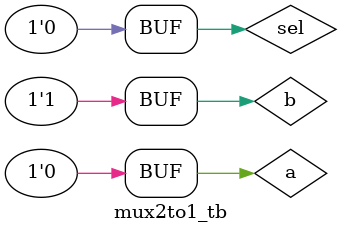
<source format=sv>
module mux2to1_tb;

	logic		a;
	logic		b;
	logic		sel;
	logic		out;
	
	mux2to1 dut
	(
		.a (a),
		.b (b),
		.sel (sel),
		.out (out)
	);
	
	initial begin
		#10;
		a <= 1'b0;
		b <= 1'b1;
		sel <= 1'b0;
		#10;
	end

endmodule

</source>
